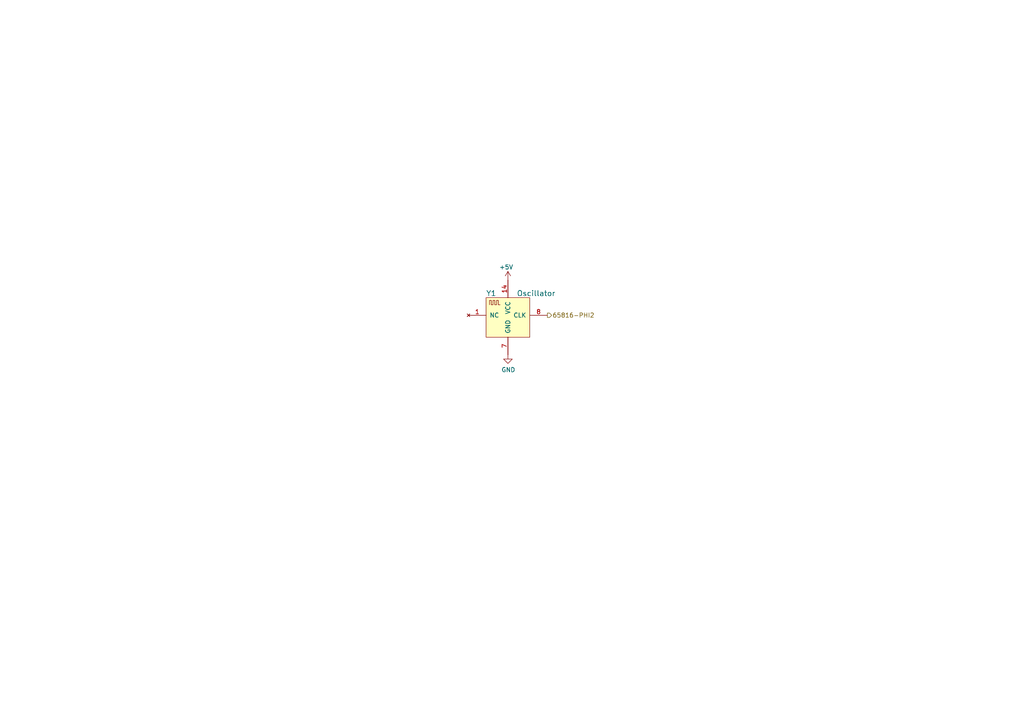
<source format=kicad_sch>
(kicad_sch (version 20211123) (generator eeschema)
  (paper "A4")
  (title_block (title "ROL") (date "2022-01-01") (rev "1.0"))
  (lib_symbols
    (symbol "power:+5V" (power) (pin_names (offset 0))
      (property "Value" "+5V" (at 0 3.556 0))
      (symbol "+5V_0_1"
        (polyline (pts (xy -0.762 1.27) (xy 0 2.54)))
        (polyline (pts (xy 0 0) (xy 0 2.54)))
        (polyline (pts (xy 0 2.54) (xy 0.762 1.27)))
      )
      (symbol "+5V_1_1"
        (pin power_in line (at 0 0 90) (length 0) hide (name "+5V") (number "1"))
      )
    )
    (symbol "power:GND" (power) (pin_names (offset 0))
      (property "Value" "GND" (at 0 -3.81 0))
      (symbol "GND_0_1"
        (polyline (pts (xy 0 0) (xy 0 -1.27) (xy 1.27 -1.27) (xy 0 -2.54) (xy -1.27 -1.27) (xy 0 -1.27)))
      )
      (symbol "GND_1_1"
        (pin power_in line (at 0 0 270) (length 0) hide (name "GND") (number "1"))
      )
    )
    (symbol "rol:Oscillator" (pin_names (offset 1.016))
      (property "Reference" "Y" (at -6.35 5.08 0))
      (property "Value" "Oscillator" (at 7.62 6.35 0))
      (symbol "Oscillator_0_1"
        (rectangle (start -6.35 5.08) (end 6.35 -6.35) (fill (type background)))
        (polyline (pts (xy -5.334 3.048) (xy -5.334 4.318) (xy -4.826 4.318) (xy -4.826 3.048) (xy -4.318 3.048) (xy -4.318 4.318) (xy -3.81 4.318) (xy -3.81 3.048) (xy -3.302 3.048) (xy -3.302 4.318) (xy -2.794 4.318) (xy -2.794 3.048) (xy -2.286 3.048)))
      )
      (symbol "Oscillator_1_1"
        (pin no_connect line (at -11.43 0 0) (length 5.08) (name "NC") (number "1"))
        (pin power_in line (at 0 10.16 270) (length 5.08) (name "VCC") (number "14"))
        (pin passive line (at 0 -11.43 90) (length 5.08) (name "GND") (number "7"))
        (pin output line (at 11.43 0 180) (length 5.08) (name "CLK") (number "8"))
      )
    )
  )
  (hierarchical_label "65816-PHI2" (shape output) (at 158.75 91.44 0))
  (symbol (lib_id "power:+5V") (at 147.32 81.28 0) (unit 1)
    (property "Reference" "#PWR01" (effects hide))
    (property "Value" "+5V" (at 144.78 77.47 0) (effects (justify left)))
  )
  (symbol (lib_id "power:GND") (at 147.32 102.87 0) (unit 1)
    (property "Reference" "#PWR02" (effects hide))
    (property "Value" "GND" (at 147.447 107.2642 0))
  )
  (symbol (lib_id "rol:Oscillator") (at 147.32 91.44 0) (unit 1)
    (property "Reference" "Y1" (at 140.97 85.09 0) (effects (font (size 1.524 1.524)) (justify left)))
    (property "Value" "Oscillator" (at 149.86 85.09 0) (effects (font (size 1.524 1.524)) (justify left)))
  )
)
</source>
